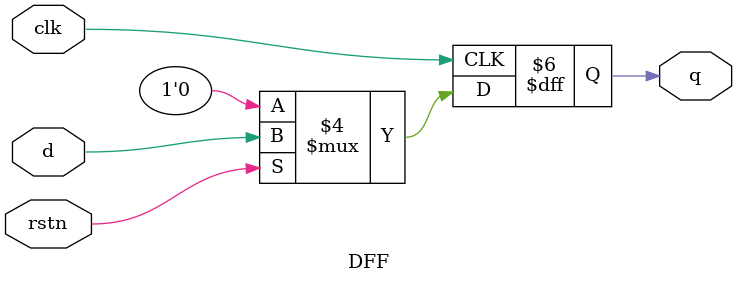
<source format=v>
module DFF(q, d, clk, rstn);
	output q;
	input d, clk, rstn;

	reg q;
	always @ (negedge clk)
	begin
	   if(!rstn)
		q <= 1'b0;
	else
		q <= d;
	end

endmodule


</source>
